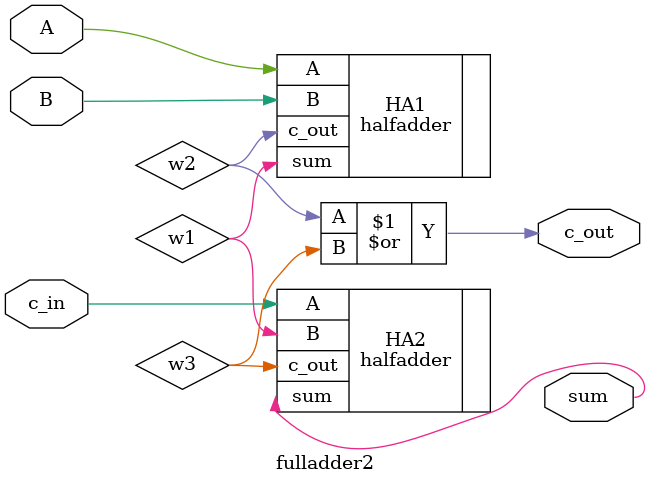
<source format=v>
module fulladder2(A,B,c_in,sum,c_out);
input A,B,c_in;
output sum,c_out;
wire w1,w2,w3;
halfadder HA1(.A(A),.B(B),.sum(w1),.c_out(w2));
halfadder HA2(.A(c_in),.B(w1),.sum(sum),.c_out(w3));
or IC7432(c_out,w2,w3);
endmodule
</source>
